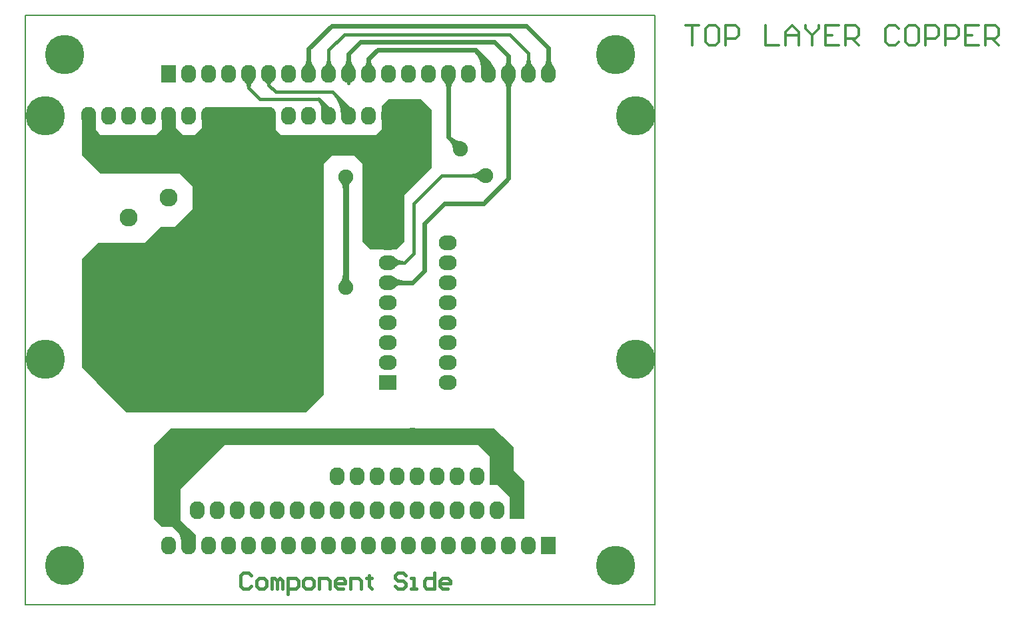
<source format=gtl>
%FSLAX25Y25*%
%MOIN*%
G70*
G01*
G75*
G04 Layer_Physical_Order=1*
G04 Layer_Color=255*
%ADD10C,0.02200*%
%ADD11C,0.01800*%
%ADD12C,0.03000*%
%ADD13C,0.00800*%
%ADD14C,0.01575*%
%ADD15C,0.01400*%
%ADD16R,0.07500X0.09000*%
%ADD17O,0.07500X0.09000*%
%ADD18C,0.19685*%
%ADD19C,0.07500*%
%ADD20O,0.09000X0.07500*%
%ADD21R,0.09000X0.07500*%
%ADD22C,0.09000*%
G36*
X632500Y478000D02*
X638000Y472500D01*
Y463500D01*
Y461000D01*
X640500Y458500D01*
X643500Y455500D01*
Y436500D01*
X636000D01*
Y444500D01*
Y447500D01*
X632000Y451500D01*
X630000Y453500D01*
X627000D01*
X626000Y454500D01*
Y461500D01*
Y468000D01*
X620500Y473500D01*
X493500D01*
X479000Y459000D01*
X471500Y451500D01*
Y441000D01*
Y436000D01*
X475500Y432000D01*
X479000Y428500D01*
Y422382D01*
X478622Y422054D01*
X472000Y423000D01*
Y428000D01*
X470500Y429500D01*
X467500Y432500D01*
X462000D01*
X458000Y436500D01*
Y473500D01*
X466000Y481500D01*
X466500Y482000D01*
X628500D01*
X632500Y478000D01*
D02*
G37*
G36*
X596000Y642500D02*
X597000Y641500D01*
Y627000D01*
Y612500D01*
X585500Y601000D01*
X583500Y599000D01*
Y575500D01*
X579500Y571500D01*
X566500D01*
X563500Y574500D01*
X562500Y575500D01*
Y603000D01*
Y614500D01*
X558500Y618500D01*
X547000D01*
X543000Y614500D01*
Y499000D01*
X534000Y490000D01*
X444500D01*
X429500Y505000D01*
X422000Y512500D01*
Y538000D01*
Y567000D01*
X430000Y575000D01*
X453500D01*
X461500Y583000D01*
X468500D01*
X477500Y592000D01*
Y603000D01*
X471000Y609500D01*
X431500D01*
X424500Y616500D01*
X422000Y619000D01*
Y638500D01*
X429000D01*
Y631500D01*
X430500Y630000D01*
X431500Y629000D01*
X459000D01*
X462000Y632000D01*
Y638500D01*
X469000D01*
Y632500D01*
X471000Y630500D01*
X472500Y629000D01*
X478500D01*
X482000Y632500D01*
Y638500D01*
Y640000D01*
X485000Y643000D01*
X514500D01*
X519000Y638500D01*
Y631500D01*
X521500Y629000D01*
X569000D01*
X571000Y631000D01*
X572000Y632000D01*
Y643500D01*
X575500Y647000D01*
X591500D01*
X596000Y642500D01*
D02*
G37*
D10*
X582148Y555000D02*
G03*
X577624Y553126I0J-6398D01*
G01*
Y556874D02*
G03*
X582148Y555000I4524J4524D01*
G01*
X535591Y666597D02*
G03*
X537465Y662073I6398J0D01*
G01*
X533717D02*
G03*
X535591Y666597I-4524J4524D01*
G01*
X555591Y666590D02*
G03*
X557463Y662074I6383J0D01*
G01*
X553718D02*
G03*
X555591Y666590I-4511J4517D01*
G01*
X565591Y665591D02*
G03*
X567210Y662297I4160J0D01*
G01*
X563972D02*
G03*
X565591Y665591I-2541J3294D01*
G01*
X605591Y652301D02*
G03*
X603717Y656825I-6398J0D01*
G01*
X607465D02*
G03*
X605591Y652301I4524J-4524D01*
G01*
X625591Y664909D02*
G03*
X626966Y662464I2861J0D01*
G01*
X624215D02*
G03*
X625591Y664909I-1485J2445D01*
G01*
X622954Y660458D02*
G03*
X619000Y671500I-13655J1340D01*
G01*
X625143Y660243D02*
G03*
X622291Y668209I-9851J967D01*
G01*
X627332Y660028D02*
G03*
X625582Y664918I-6048J593D01*
G01*
X635591Y665409D02*
G03*
X637151Y662340I3797J0D01*
G01*
X634030D02*
G03*
X635591Y665409I-2236J3069D01*
G01*
Y652301D02*
G03*
X633717Y656825I-6398J0D01*
G01*
X637465D02*
G03*
X635591Y652301I4524J-4524D01*
G01*
X655591Y666597D02*
G03*
X657465Y662073I6398J0D01*
G01*
X653717D02*
G03*
X655591Y666597I-4524J4524D01*
G01*
X606976Y626524D02*
G03*
X611500Y624650I4524J4524D01*
G01*
X608850Y622000D02*
G03*
X606976Y626524I-6398J0D01*
G01*
X575000Y555000D02*
X587500D01*
X593500Y561000D01*
Y584500D01*
X603500Y594500D01*
X623000D01*
X635591Y607091D01*
Y659449D01*
X605591Y627909D02*
Y659449D01*
Y627909D02*
X611500Y622000D01*
X625591Y659449D02*
Y664909D01*
X619000Y671500D02*
X625591Y664909D01*
X535591Y672091D02*
X547000Y683500D01*
X535591Y659449D02*
Y672091D01*
X555591Y659449D02*
Y669591D01*
X561500Y675500D01*
X565591Y659449D02*
Y667091D01*
X570000Y671500D01*
X619000D01*
X547000Y683500D02*
X644500D01*
X655591Y672409D01*
Y659449D02*
Y672409D01*
X561500Y675500D02*
X628500D01*
X635591Y668409D01*
Y659449D02*
Y668409D01*
D11*
X582630Y565000D02*
G03*
X577765Y562985I0J-6881D01*
G01*
Y567015D02*
G03*
X582630Y565000I4865J4865D01*
G01*
X542600Y639936D02*
G03*
X540600Y646900I-7288J1676D01*
G01*
X544355Y639533D02*
G03*
X542899Y644601I-5305J1220D01*
G01*
X552528Y639297D02*
G03*
X548162Y649838I-14907J0D01*
G01*
X554328Y639297D02*
G03*
X551235Y646765I-10562J0D01*
G01*
X556128Y639297D02*
G03*
X554307Y643693I-6216J0D01*
G01*
X505591Y652410D02*
G03*
X503712Y656556I-5515J0D01*
G01*
X507470D02*
G03*
X505591Y652410I3636J-4146D01*
G01*
X515591Y653909D02*
G03*
X514231Y656194I-2599J0D01*
G01*
X516950D02*
G03*
X515591Y653909I1240J-2285D01*
G01*
X545591Y666590D02*
G03*
X547496Y662319I5742J0D01*
G01*
X543686D02*
G03*
X545591Y666590I-3838J4272D01*
G01*
X555591Y654909D02*
G03*
X554800Y655961I-1094J0D01*
G01*
X556382D02*
G03*
X555591Y654909I304J-1051D01*
G01*
X645591Y667079D02*
G03*
X647606Y662214I6881J0D01*
G01*
X643576D02*
G03*
X645591Y667079I-4865J4865D01*
G01*
X617120Y608500D02*
G03*
X621985Y610515I0J6881D01*
G01*
Y606485D02*
G03*
X617120Y608500I-4865J-4865D01*
G01*
X505591Y652409D02*
Y659449D01*
X545378Y638547D02*
Y642122D01*
X515591Y653909D02*
Y659449D01*
Y653909D02*
X519000Y650500D01*
X505591Y652409D02*
X511100Y646900D01*
X540600D02*
X545378Y642122D01*
X511100Y646900D02*
X540600D01*
X555378Y638547D02*
Y642622D01*
X555591Y654909D02*
Y659449D01*
X519000Y650500D02*
X547500D01*
X555378Y642622D01*
X545591Y657909D02*
Y659449D01*
X575000Y565000D02*
X577500Y567500D01*
X575000Y565000D02*
X583500D01*
X588000Y569500D01*
Y594500D01*
X602000Y608500D01*
X624000D01*
X545591Y659449D02*
Y671591D01*
X553300Y679300D01*
X636200D01*
X645591Y669909D01*
Y659449D02*
Y669909D01*
D12*
X575000Y580432D02*
G03*
X576591Y576591I5432J0D01*
G01*
X573409D02*
G03*
X575000Y580432I-3841J3841D01*
G01*
X471535Y577400D02*
G03*
X467268Y575632I0J-6036D01*
G01*
Y579168D02*
G03*
X471535Y577400I4268J4268D01*
G01*
X425378Y632365D02*
G03*
X423787Y636206I-5432J0D01*
G01*
X426969D02*
G03*
X425378Y632365I3841J-3841D01*
G01*
X490810Y638547D02*
G03*
X486969Y636956I0J-5432D01*
G01*
Y640138D02*
G03*
X490810Y638547I3841J3841D01*
G01*
X500810D02*
G03*
X496969Y636956I0J-5432D01*
G01*
Y640138D02*
G03*
X500810Y638547I3841J3841D01*
G01*
X495378Y632365D02*
G03*
X493787Y636206I-5432J0D01*
G01*
X496969D02*
G03*
X495378Y632365I3841J-3841D01*
G01*
X489946Y638547D02*
G03*
X493787Y640138I0J5432D01*
G01*
Y636956D02*
G03*
X489946Y638547I-3841J-3841D01*
G01*
X499946D02*
G03*
X503787Y640138I0J5432D01*
G01*
Y636956D02*
G03*
X499946Y638547I-3841J-3841D01*
G01*
X510810D02*
G03*
X506969Y636956I0J-5432D01*
G01*
Y640138D02*
G03*
X510810Y638547I3841J3841D01*
G01*
X509946D02*
G03*
X513787Y640138I0J5432D01*
G01*
Y636956D02*
G03*
X509946Y638547I-3841J-3841D01*
G01*
X575000Y633278D02*
G03*
X573787Y636206I-4141J0D01*
G01*
X576969D02*
G03*
X575000Y631453I4754J-4754D01*
G01*
X465378Y632365D02*
G03*
X463787Y636206I-5432J0D01*
G01*
X466969D02*
G03*
X465378Y632365I3841J-3841D01*
G01*
X629800Y464082D02*
G03*
X631391Y460241I5432J0D01*
G01*
X628209D02*
G03*
X629800Y464082I-3841J3841D01*
G01*
X473341Y423978D02*
G03*
X469323Y433676I-13715J0D01*
G01*
X476341Y423978D02*
G03*
X474445Y428555I-6472J0D01*
G01*
X554000Y557932D02*
G03*
X555591Y554091I5432J0D01*
G01*
X552409D02*
G03*
X554000Y557932I-3841J3841D01*
G01*
X592932Y478500D02*
G03*
X589091Y476909I0J-5432D01*
G01*
Y480091D02*
G03*
X592932Y478500I3841J3841D01*
G01*
X582068D02*
G03*
X585909Y480091I0J5432D01*
G01*
Y476909D02*
G03*
X582068Y478500I-3841J-3841D01*
G01*
X474750Y469035D02*
G03*
X476591Y464591I6285J0D01*
G01*
X473409D02*
G03*
X474750Y467828I-3237J3237D01*
G01*
X554000Y602568D02*
G03*
X552409Y606409I-5432J0D01*
G01*
X555591D02*
G03*
X554000Y602568I3841J-3841D01*
G01*
X629800Y457900D02*
X639685Y448015D01*
Y440945D02*
Y448015D01*
X465500Y577400D02*
X482400D01*
X553500Y609000D02*
X554000Y609500D01*
Y608000D02*
Y609500D01*
X575000Y638169D02*
X575378Y638547D01*
X425378Y629622D02*
X428000Y627000D01*
X425378Y629622D02*
Y638547D01*
X485378D02*
X495378D01*
X505378D01*
X515378D01*
X465378Y627122D02*
Y638547D01*
X428000Y627000D02*
X465500D01*
X465378Y627122D02*
X465500Y627000D01*
X629800Y457900D02*
Y473700D01*
X625000Y478500D02*
X629800Y473700D01*
X463500Y439500D02*
Y463000D01*
Y439500D02*
X475591Y427409D01*
Y423228D02*
Y427409D01*
X474750Y463250D02*
X475000Y463000D01*
X463500D02*
X474750Y474250D01*
X479000Y478500D01*
X474750Y463250D02*
Y474250D01*
X479000Y478500D02*
X587500D01*
X625000D01*
X554000Y552500D02*
Y608000D01*
X575000Y555000D02*
X576000Y556000D01*
X575000Y627000D02*
Y638169D01*
X495378Y627000D02*
Y638547D01*
Y627000D02*
X575000D01*
Y575000D02*
Y627000D01*
X465500D02*
X495378D01*
X482400Y577400D02*
X495378Y590378D01*
Y627000D01*
D13*
X393701Y393701D02*
X708661D01*
Y688976D01*
X393701D02*
X708661D01*
X393701Y393701D02*
Y688976D01*
D14*
X506685Y408134D02*
X505373Y409446D01*
X502749D01*
X501437Y408134D01*
Y402887D01*
X502749Y401575D01*
X505373D01*
X506685Y402887D01*
X510620Y401575D02*
X513244D01*
X514556Y402887D01*
Y405511D01*
X513244Y406822D01*
X510620D01*
X509308Y405511D01*
Y402887D01*
X510620Y401575D01*
X517180D02*
Y406822D01*
X518492D01*
X519804Y405511D01*
Y401575D01*
Y405511D01*
X521116Y406822D01*
X522428Y405511D01*
Y401575D01*
X525051Y398951D02*
Y406822D01*
X528987D01*
X530299Y405511D01*
Y402887D01*
X528987Y401575D01*
X525051D01*
X534235D02*
X536859D01*
X538171Y402887D01*
Y405511D01*
X536859Y406822D01*
X534235D01*
X532923Y405511D01*
Y402887D01*
X534235Y401575D01*
X540794D02*
Y406822D01*
X544730D01*
X546042Y405511D01*
Y401575D01*
X552602D02*
X549978D01*
X548666Y402887D01*
Y405511D01*
X549978Y406822D01*
X552602D01*
X553913Y405511D01*
Y404199D01*
X548666D01*
X556537Y401575D02*
Y406822D01*
X560473D01*
X561785Y405511D01*
Y401575D01*
X565721Y408134D02*
Y406822D01*
X564409D01*
X567033D01*
X565721D01*
Y402887D01*
X567033Y401575D01*
X584088Y408134D02*
X582776Y409446D01*
X580152D01*
X578840Y408134D01*
Y406822D01*
X580152Y405511D01*
X582776D01*
X584088Y404199D01*
Y402887D01*
X582776Y401575D01*
X580152D01*
X578840Y402887D01*
X586711Y401575D02*
X589335D01*
X588023D01*
Y406822D01*
X586711D01*
X598519Y409446D02*
Y401575D01*
X594583D01*
X593271Y402887D01*
Y405511D01*
X594583Y406822D01*
X598519D01*
X605078Y401575D02*
X602454D01*
X601142Y402887D01*
Y405511D01*
X602454Y406822D01*
X605078D01*
X606390Y405511D01*
Y404199D01*
X601142D01*
D15*
X724000Y683997D02*
X730664D01*
X727332D01*
Y674000D01*
X738995Y683997D02*
X735663D01*
X733997Y682331D01*
Y675666D01*
X735663Y674000D01*
X738995D01*
X740661Y675666D01*
Y682331D01*
X738995Y683997D01*
X743994Y674000D02*
Y683997D01*
X748992D01*
X750658Y682331D01*
Y678998D01*
X748992Y677332D01*
X743994D01*
X763987Y683997D02*
Y674000D01*
X770652D01*
X773984D02*
Y680664D01*
X777316Y683997D01*
X780648Y680664D01*
Y674000D01*
Y678998D01*
X773984D01*
X783981Y683997D02*
Y682331D01*
X787313Y678998D01*
X790645Y682331D01*
Y683997D01*
X787313Y678998D02*
Y674000D01*
X800642Y683997D02*
X793977D01*
Y674000D01*
X800642D01*
X793977Y678998D02*
X797310D01*
X803974Y674000D02*
Y683997D01*
X808972D01*
X810639Y682331D01*
Y678998D01*
X808972Y677332D01*
X803974D01*
X807306D02*
X810639Y674000D01*
X830632Y682331D02*
X828966Y683997D01*
X825634D01*
X823968Y682331D01*
Y675666D01*
X825634Y674000D01*
X828966D01*
X830632Y675666D01*
X838963Y683997D02*
X835631D01*
X833965Y682331D01*
Y675666D01*
X835631Y674000D01*
X838963D01*
X840629Y675666D01*
Y682331D01*
X838963Y683997D01*
X843961Y674000D02*
Y683997D01*
X848960D01*
X850626Y682331D01*
Y678998D01*
X848960Y677332D01*
X843961D01*
X853958Y674000D02*
Y683997D01*
X858956D01*
X860623Y682331D01*
Y678998D01*
X858956Y677332D01*
X853958D01*
X870619Y683997D02*
X863955D01*
Y674000D01*
X870619D01*
X863955Y678998D02*
X867287D01*
X873952Y674000D02*
Y683997D01*
X878950D01*
X880616Y682331D01*
Y678998D01*
X878950Y677332D01*
X873952D01*
X877284D02*
X880616Y674000D01*
D16*
X639685Y440945D02*
D03*
X465591Y659449D02*
D03*
X629800Y457900D02*
D03*
X655591Y423228D02*
D03*
D17*
X479685Y440945D02*
D03*
X489685D02*
D03*
X499685D02*
D03*
X509685D02*
D03*
X519685D02*
D03*
X529685D02*
D03*
X539685D02*
D03*
X549685D02*
D03*
X559685D02*
D03*
X569685D02*
D03*
X579685D02*
D03*
X589685D02*
D03*
X599685D02*
D03*
X609685D02*
D03*
X619685D02*
D03*
X629685D02*
D03*
X655591Y659449D02*
D03*
X645591D02*
D03*
X635591D02*
D03*
X625591D02*
D03*
X615591D02*
D03*
X605591D02*
D03*
X595591D02*
D03*
X585591D02*
D03*
X575591D02*
D03*
X565591D02*
D03*
X555591D02*
D03*
X545591D02*
D03*
X535591D02*
D03*
X525591D02*
D03*
X515591D02*
D03*
X505591D02*
D03*
X495591D02*
D03*
X485591D02*
D03*
X475591D02*
D03*
X619800Y457900D02*
D03*
X549800D02*
D03*
X559800D02*
D03*
X569800D02*
D03*
X579800D02*
D03*
X589800D02*
D03*
X599800D02*
D03*
X609800D02*
D03*
X465591Y423228D02*
D03*
X475591D02*
D03*
X485591D02*
D03*
X495591D02*
D03*
X505591D02*
D03*
X515591D02*
D03*
X525591D02*
D03*
X535591D02*
D03*
X545591D02*
D03*
X555591D02*
D03*
X565591D02*
D03*
X575591D02*
D03*
X585591D02*
D03*
X595591D02*
D03*
X605591D02*
D03*
X615591D02*
D03*
X625591D02*
D03*
X635591D02*
D03*
X645591D02*
D03*
X435378Y638547D02*
D03*
X465378D02*
D03*
X455378D02*
D03*
X575378D02*
D03*
X445378D02*
D03*
X475378D02*
D03*
X555378D02*
D03*
X545378D02*
D03*
X535378D02*
D03*
X525378D02*
D03*
X515378D02*
D03*
X505378D02*
D03*
X495378D02*
D03*
X485378D02*
D03*
X425378D02*
D03*
X565378D02*
D03*
D18*
X413386Y413386D02*
D03*
X688976D02*
D03*
Y669291D02*
D03*
X413386D02*
D03*
X403724Y638547D02*
D03*
X699000D02*
D03*
X403724Y516500D02*
D03*
X699000D02*
D03*
D19*
X462000Y514000D02*
D03*
Y545500D02*
D03*
X482000Y573500D02*
D03*
X502000Y594000D02*
D03*
X554000Y608000D02*
D03*
X475000Y463000D02*
D03*
X587500Y478500D02*
D03*
X554000Y552500D02*
D03*
X624000Y608500D02*
D03*
X611500Y622000D02*
D03*
D20*
X605000Y575000D02*
D03*
Y565000D02*
D03*
Y555000D02*
D03*
Y545000D02*
D03*
Y535000D02*
D03*
Y525000D02*
D03*
Y515000D02*
D03*
Y505000D02*
D03*
X575000Y575000D02*
D03*
Y565000D02*
D03*
Y555000D02*
D03*
Y545000D02*
D03*
Y535000D02*
D03*
Y525000D02*
D03*
Y515000D02*
D03*
D21*
Y505000D02*
D03*
D22*
X445500Y587400D02*
D03*
X465500Y597400D02*
D03*
Y577400D02*
D03*
M02*

</source>
